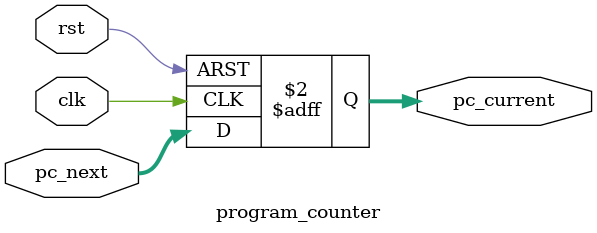
<source format=v>
module program_counter (
    input wire clk,
    input wire rst,
    input wire [31:0] pc_next,
    output reg [31:0] pc_current
);

always @(posedge clk or posedge rst) begin
    if (rst)
        pc_current <= 32'h0;
    else
        pc_current <= pc_next;
end

endmodule
</source>
